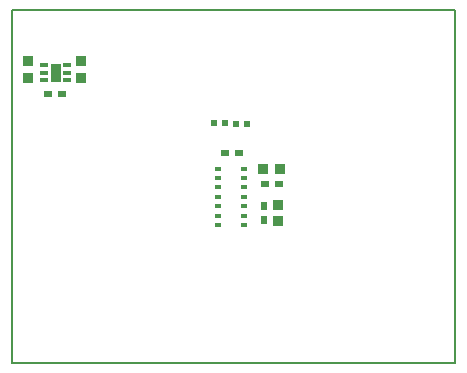
<source format=gtp>
%FSLAX25Y25*%
%MOIN*%
G70*
G01*
G75*
G04 Layer_Color=8421504*
%ADD10R,0.01969X0.01969*%
%ADD11R,0.02362X0.01969*%
%ADD12R,0.02559X0.02165*%
%ADD13R,0.03740X0.03740*%
%ADD14R,0.02165X0.02559*%
%ADD15R,0.03740X0.03740*%
%ADD16R,0.01969X0.01378*%
%ADD17R,0.02756X0.01181*%
%ADD18R,0.03504X0.06299*%
%ADD19C,0.01181*%
%ADD20C,0.01000*%
%ADD21C,0.02362*%
%ADD22C,0.01378*%
%ADD23C,0.00787*%
%ADD24C,0.01969*%
%ADD25C,0.11811*%
%ADD26C,0.02165*%
%ADD27R,0.03937X0.01378*%
%ADD28R,0.04724X0.05315*%
%ADD29C,0.01260*%
%ADD30C,0.00591*%
%ADD31C,0.00394*%
%ADD32C,0.00709*%
%ADD33C,0.00276*%
D10*
X77964Y79700D02*
D03*
X74420D02*
D03*
D11*
X67120Y79800D02*
D03*
X70664D02*
D03*
D12*
X70900Y69800D02*
D03*
X75467D02*
D03*
X88700Y59700D02*
D03*
X84133D02*
D03*
X11900Y89400D02*
D03*
X16467D02*
D03*
D13*
X83600Y64500D02*
D03*
X89100D02*
D03*
D14*
X83900Y47700D02*
D03*
Y52267D02*
D03*
D15*
X88500Y52600D02*
D03*
Y47100D02*
D03*
X5200Y100400D02*
D03*
Y94900D02*
D03*
X22800Y100400D02*
D03*
Y94900D02*
D03*
D16*
X68500Y45800D02*
D03*
Y48950D02*
D03*
Y52099D02*
D03*
Y55249D02*
D03*
Y58398D02*
D03*
Y61548D02*
D03*
Y64698D02*
D03*
X76965D02*
D03*
Y61548D02*
D03*
Y58398D02*
D03*
Y55249D02*
D03*
Y52099D02*
D03*
Y48950D02*
D03*
Y45800D02*
D03*
D17*
X10383Y99159D02*
D03*
Y96600D02*
D03*
Y94041D02*
D03*
X18217Y99159D02*
D03*
Y96600D02*
D03*
Y94041D02*
D03*
D18*
X14300Y96600D02*
D03*
D23*
X-100Y-100D02*
X147538D01*
X-81Y117660D02*
X147540D01*
X147557Y117643D01*
Y-57D02*
Y117643D01*
X-81Y-57D02*
Y117660D01*
Y-57D02*
X147557D01*
M02*

</source>
